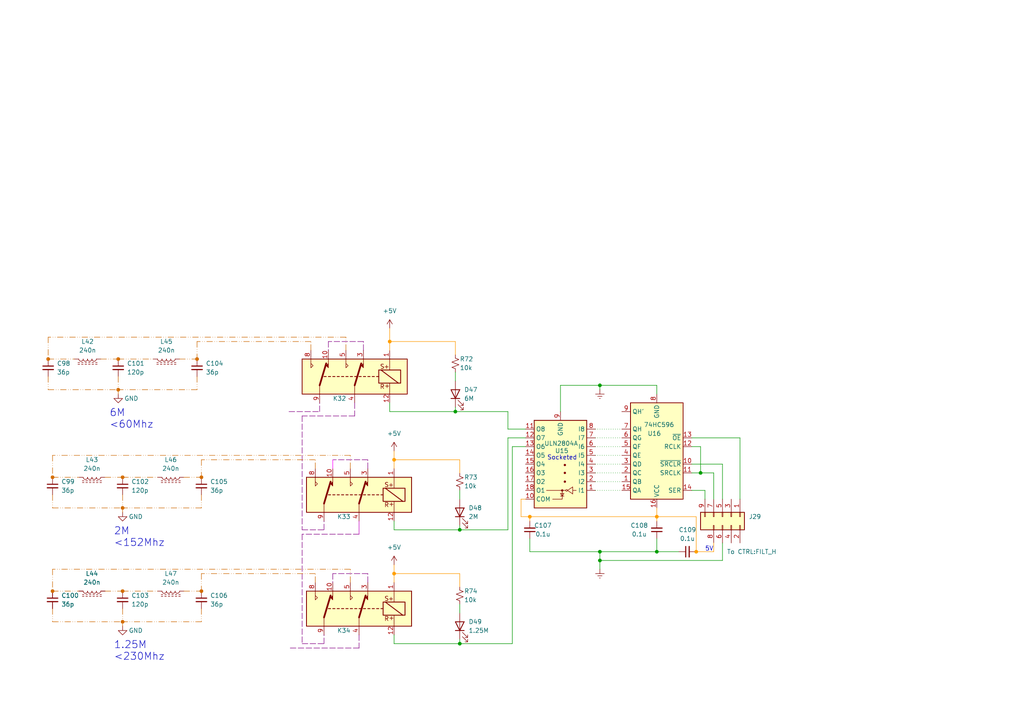
<source format=kicad_sch>
(kicad_sch (version 20230121) (generator eeschema)
  (paper "A4")
  (lib_symbols
    (symbol "74xx:74HC596"
      (property "Reference" "U" (at -7.62 13.97 0))
      (property "Value" "74HC596" (at -7.62 -16.51 0))
      (symbol "74HC596_1_0"
        (pin open_collector line (at 10.16 7.62 180) (length 2.54) (name "QB") (number "1"))
        (pin input line (at -10.16 2.54 0) (length 2.54) (name "~{SRCLR}") (number "10"))
        (pin input line (at -10.16 5.08 0) (length 2.54) (name "SRCLK") (number "11"))
        (pin input line (at -10.16 -2.54 0) (length 2.54) (name "RCLK") (number "12"))
        (pin input line (at -10.16 -5.08 0) (length 2.54) (name "~{OE}") (number "13"))
        (pin input line (at -10.16 10.16 0) (length 2.54) (name "SER") (number "14"))
        (pin open_collector line (at 10.16 10.16 180) (length 2.54) (name "QA") (number "15"))
        (pin power_in line (at 0 15.24 270) (length 2.54) (name "VCC") (number "16"))
        (pin open_collector line (at 10.16 5.08 180) (length 2.54) (name "QC") (number "2"))
        (pin open_collector line (at 10.16 2.54 180) (length 2.54) (name "QD") (number "3"))
        (pin open_collector line (at 10.16 0 180) (length 2.54) (name "QE") (number "4"))
        (pin open_collector line (at 10.16 -2.54 180) (length 2.54) (name "QF") (number "5"))
        (pin open_collector line (at 10.16 -5.08 180) (length 2.54) (name "QG") (number "6"))
        (pin open_collector line (at 10.16 -7.62 180) (length 2.54) (name "QH") (number "7"))
        (pin power_in line (at 0 -17.78 90) (length 2.54) (name "GND") (number "8"))
        (pin output line (at 10.16 -12.7 180) (length 2.54) (name "QH'") (number "9"))
      )
      (symbol "74HC596_1_1"
        (rectangle (start -7.62 12.7) (end 7.62 -15.24) (stroke (width 0.254)) (fill (type background)))
      )
    )
    (symbol "Connector_Generic:Conn_2Rows-09Pins" (pin_names (offset 1.016) hide)
      (property "Reference" "J" (at 1.27 7.62 0))
      (property "Value" "Conn_2Rows-09Pins" (at 1.27 -7.62 0))
      (symbol "Conn_2Rows-09Pins_1_1"
        (rectangle (start -1.27 -4.953) (end 0 -5.207) (stroke (width 0.1524)))
        (rectangle (start -1.27 -2.413) (end 0 -2.667) (stroke (width 0.1524)))
        (rectangle (start -1.27 0.127) (end 0 -0.127) (stroke (width 0.1524)))
        (rectangle (start -1.27 2.667) (end 0 2.413) (stroke (width 0.1524)))
        (rectangle (start -1.27 5.207) (end 0 4.953) (stroke (width 0.1524)))
        (rectangle (start -1.27 6.35) (end 3.81 -6.35) (stroke (width 0.254)) (fill (type background)))
        (rectangle (start 3.81 -2.413) (end 2.54 -2.667) (stroke (width 0.1524)))
        (rectangle (start 3.81 0.127) (end 2.54 -0.127) (stroke (width 0.1524)))
        (rectangle (start 3.81 2.667) (end 2.54 2.413) (stroke (width 0.1524)))
        (rectangle (start 3.81 5.207) (end 2.54 4.953) (stroke (width 0.1524)))
        (pin passive line (at -5.08 5.08 0) (length 3.81) (name "Pin_1") (number "1"))
        (pin passive line (at 7.62 5.08 180) (length 3.81) (name "Pin_2") (number "2"))
        (pin passive line (at -5.08 2.54 0) (length 3.81) (name "Pin_3") (number "3"))
        (pin passive line (at 7.62 2.54 180) (length 3.81) (name "Pin_4") (number "4"))
        (pin passive line (at -5.08 0 0) (length 3.81) (name "Pin_5") (number "5"))
        (pin passive line (at 7.62 0 180) (length 3.81) (name "Pin_6") (number "6"))
        (pin passive line (at -5.08 -2.54 0) (length 3.81) (name "Pin_7") (number "7"))
        (pin passive line (at 7.62 -2.54 180) (length 3.81) (name "Pin_8") (number "8"))
        (pin passive line (at -5.08 -5.08 0) (length 3.81) (name "Pin_9") (number "9"))
      )
    )
    (symbol "Device:C_Small" (pin_numbers hide) (pin_names (offset 0.254) hide)
      (property "Reference" "C" (at 0.254 1.778 0))
      (property "Value" "C_Small" (at 0.254 -2.032 0))
      (symbol "C_Small_0_1"
        (polyline (pts (xy -1.524 -0.508) (xy 1.524 -0.508)) (stroke (width 0.3302)))
        (polyline (pts (xy -1.524 0.508) (xy 1.524 0.508)) (stroke (width 0.3048)))
      )
      (symbol "C_Small_1_1"
        (pin passive line (at 0 2.54 270) (length 2.032) (name "~") (number "1"))
        (pin passive line (at 0 -2.54 90) (length 2.032) (name "~") (number "2"))
      )
    )
    (symbol "Device:LED" (pin_numbers hide) (pin_names (offset 1.016) hide)
      (property "Reference" "D" (at 0 2.54 0))
      (property "Value" "LED" (at 0 -2.54 0))
      (symbol "LED_0_1"
        (polyline (pts (xy -1.27 -1.27) (xy -1.27 1.27)) (stroke (width 0.254)))
        (polyline (pts (xy -1.27 0) (xy 1.27 0)))
        (polyline (pts (xy 1.27 -1.27) (xy 1.27 1.27) (xy -1.27 0) (xy 1.27 -1.27)) (stroke (width 0.254)))
        (polyline (pts (xy -3.048 -0.762) (xy -4.572 -2.286) (xy -3.81 -2.286) (xy -4.572 -2.286) (xy -4.572 -1.524)))
        (polyline (pts (xy -1.778 -0.762) (xy -3.302 -2.286) (xy -2.54 -2.286) (xy -3.302 -2.286) (xy -3.302 -1.524)))
      )
      (symbol "LED_1_1"
        (pin passive line (at -3.81 0 0) (length 2.54) (name "K") (number "1"))
        (pin passive line (at 3.81 0 180) (length 2.54) (name "A") (number "2"))
      )
    )
    (symbol "Device:L_Ferrite" (pin_numbers hide) (pin_names (offset 1.016) hide)
      (property "Reference" "L" (at -1.27 0 90))
      (property "Value" "L_Ferrite" (at 2.794 0 90))
      (symbol "L_Ferrite_0_1"
        (arc (start 0 -2.54) (mid 0.6323 -1.905) (end 0 -1.27))
        (arc (start 0 -1.27) (mid 0.6323 -0.635) (end 0 0))
        (polyline (pts (xy 1.016 -2.794) (xy 1.016 -2.286)))
        (polyline (pts (xy 1.016 -1.778) (xy 1.016 -1.27)))
        (polyline (pts (xy 1.016 -0.762) (xy 1.016 -0.254)))
        (polyline (pts (xy 1.016 0.254) (xy 1.016 0.762)))
        (polyline (pts (xy 1.016 1.27) (xy 1.016 1.778)))
        (polyline (pts (xy 1.016 2.286) (xy 1.016 2.794)))
        (polyline (pts (xy 1.524 -2.286) (xy 1.524 -2.794)))
        (polyline (pts (xy 1.524 -1.27) (xy 1.524 -1.778)))
        (polyline (pts (xy 1.524 -0.254) (xy 1.524 -0.762)))
        (polyline (pts (xy 1.524 0.762) (xy 1.524 0.254)))
        (polyline (pts (xy 1.524 1.778) (xy 1.524 1.27)))
        (polyline (pts (xy 1.524 2.794) (xy 1.524 2.286)))
        (arc (start 0 0) (mid 0.6323 0.635) (end 0 1.27))
        (arc (start 0 1.27) (mid 0.6323 1.905) (end 0 2.54))
      )
      (symbol "L_Ferrite_1_1"
        (pin passive line (at 0 3.81 270) (length 1.27) (name "1") (number "1"))
        (pin passive line (at 0 -3.81 90) (length 1.27) (name "2") (number "2"))
      )
    )
    (symbol "Device:R_Small_US" (pin_numbers hide) (pin_names (offset 0.254) hide)
      (property "Reference" "R" (at 0.762 0.508 0))
      (property "Value" "R_Small_US" (at 0.762 -1.016 0))
      (symbol "R_Small_US_1_1"
        (polyline (pts (xy 0 0) (xy 1.016 -0.381) (xy 0 -0.762) (xy -1.016 -1.143) (xy 0 -1.524)))
        (polyline (pts (xy 0 1.524) (xy 1.016 1.143) (xy 0 0.762) (xy -1.016 0.381) (xy 0 0)))
        (pin passive line (at 0 2.54 270) (length 1.016) (name "~") (number "1"))
        (pin passive line (at 0 -2.54 90) (length 1.016) (name "~") (number "2"))
      )
    )
    (symbol "Relay:EC2-5SNU"
      (property "Reference" "K" (at 15.24 8.89 0))
      (property "Value" "EC2-5SNU" (at 19.05 6.35 0))
      (symbol "EC2-5SNU_0_0"
        (text "S" (at -8.001 2.921 0) (effects (font (size 1.27 1.27))))
      )
      (symbol "EC2-5SNU_1_1"
        (rectangle (start -15.24 5.08) (end 15.24 -5.08) (stroke (width 0.254)) (fill (type background)))
        (rectangle (start -13.335 1.905) (end -6.985 -1.905) (stroke (width 0.254)))
        (polyline (pts (xy -12.7 -1.905) (xy -7.62 1.905)) (stroke (width 0.254)))
        (polyline (pts (xy -10.16 -5.08) (xy -10.16 -1.905)))
        (polyline (pts (xy -10.16 5.08) (xy -10.16 1.905)))
        (polyline (pts (xy -6.985 0) (xy -6.35 0)) (stroke (width 0.254)))
        (polyline (pts (xy -5.715 0) (xy -5.08 0)) (stroke (width 0.254)))
        (polyline (pts (xy -4.445 0) (xy -3.81 0)) (stroke (width 0.254)))
        (polyline (pts (xy -3.175 0) (xy -2.54 0)) (stroke (width 0.254)))
        (polyline (pts (xy -1.905 0) (xy -1.27 0)) (stroke (width 0.254)))
        (polyline (pts (xy -0.635 0) (xy 0 0)) (stroke (width 0.254)))
        (polyline (pts (xy 0 -2.54) (xy -1.905 3.81)) (stroke (width 0.508)))
        (polyline (pts (xy 0 -2.54) (xy 0 -5.08)))
        (polyline (pts (xy 0.635 0) (xy 1.27 0)) (stroke (width 0.254)))
        (polyline (pts (xy 1.905 0) (xy 2.54 0)) (stroke (width 0.254)))
        (polyline (pts (xy 3.175 0) (xy 3.81 0)) (stroke (width 0.254)))
        (polyline (pts (xy 4.445 0) (xy 5.08 0)) (stroke (width 0.254)))
        (polyline (pts (xy 5.715 0) (xy 6.35 0)) (stroke (width 0.254)))
        (polyline (pts (xy 6.985 0) (xy 7.62 0)) (stroke (width 0.254)))
        (polyline (pts (xy 8.255 0) (xy 8.89 0)) (stroke (width 0.254)))
        (polyline (pts (xy 10.16 -2.54) (xy 8.255 3.81)) (stroke (width 0.508)))
        (polyline (pts (xy 10.16 -2.54) (xy 10.16 -5.08)))
        (polyline (pts (xy -2.54 5.08) (xy -2.54 2.54) (xy -1.905 3.175) (xy -2.54 3.81)) (fill (type outline)))
        (polyline (pts (xy 2.54 5.08) (xy 2.54 2.54) (xy 1.905 3.175) (xy 2.54 3.81)))
        (polyline (pts (xy 7.62 5.08) (xy 7.62 2.54) (xy 8.255 3.175) (xy 7.62 3.81)) (fill (type outline)))
        (polyline (pts (xy 12.7 5.08) (xy 12.7 2.54) (xy 12.065 3.175) (xy 12.7 3.81)))
        (text "+" (at -9.398 -2.667 0) (effects (font (size 1.27 1.27))))
        (text "+" (at -9.271 2.921 0) (effects (font (size 1.27 1.27))))
        (text "R" (at -8.001 -2.921 0) (effects (font (size 1.27 1.27))))
        (pin passive line (at -10.16 7.62 270) (length 2.54) (name "~") (number "1"))
        (pin passive line (at 7.62 7.62 270) (length 2.54) (name "~") (number "10"))
        (pin passive line (at -10.16 -7.62 90) (length 2.54) (name "~") (number "12"))
        (pin passive line (at -2.54 7.62 270) (length 2.54) (name "~") (number "3"))
        (pin passive line (at 0 -7.62 90) (length 2.54) (name "~") (number "4"))
        (pin passive line (at 2.54 7.62 270) (length 2.54) (name "~") (number "5"))
        (pin passive line (at 12.7 7.62 270) (length 2.54) (name "~") (number "8"))
        (pin passive line (at 10.16 -7.62 90) (length 2.54) (name "~") (number "9"))
      )
    )
    (symbol "Transistor_Array:ULN2804A"
      (property "Reference" "U" (at 0 13.335 0))
      (property "Value" "ULN2804A" (at 0 11.43 0))
      (symbol "ULN2804A_0_1"
        (rectangle (start -7.62 -15.24) (end 7.62 10.16) (stroke (width 0.254)) (fill (type background)))
        (circle (center -1.778 5.08) (radius 0.254))
        (circle (center -1.27 -2.286) (radius 0.254) (fill (type outline)))
        (circle (center -1.27 0) (radius 0.254) (fill (type outline)))
        (circle (center -1.27 2.54) (radius 0.254) (fill (type outline)))
        (circle (center -0.508 5.08) (radius 0.254) (fill (type outline)))
        (polyline (pts (xy -4.572 5.08) (xy -3.556 5.08)))
        (polyline (pts (xy -1.524 5.08) (xy 4.064 5.08)))
        (polyline (pts (xy 0 6.731) (xy -1.016 6.731)))
        (polyline (pts (xy -0.508 5.08) (xy -0.508 7.62) (xy 2.286 7.62)))
        (polyline (pts (xy -3.556 6.096) (xy -3.556 4.064) (xy -2.032 5.08) (xy -3.556 6.096)))
        (polyline (pts (xy 0 5.969) (xy -1.016 5.969) (xy -0.508 6.731) (xy 0 5.969)))
      )
      (symbol "ULN2804A_1_1"
        (pin input line (at -10.16 5.08 0) (length 2.54) (name "I1") (number "1"))
        (pin passive line (at 10.16 7.62 180) (length 2.54) (name "COM") (number "10"))
        (pin open_collector line (at 10.16 -12.7 180) (length 2.54) (name "O8") (number "11"))
        (pin open_collector line (at 10.16 -10.16 180) (length 2.54) (name "O7") (number "12"))
        (pin open_collector line (at 10.16 -7.62 180) (length 2.54) (name "O6") (number "13"))
        (pin open_collector line (at 10.16 -5.08 180) (length 2.54) (name "O5") (number "14"))
        (pin open_collector line (at 10.16 -2.54 180) (length 2.54) (name "O4") (number "15"))
        (pin open_collector line (at 10.16 0 180) (length 2.54) (name "O3") (number "16"))
        (pin open_collector line (at 10.16 2.54 180) (length 2.54) (name "O2") (number "17"))
        (pin open_collector line (at 10.16 5.08 180) (length 2.54) (name "O1") (number "18"))
        (pin input line (at -10.16 2.54 0) (length 2.54) (name "I2") (number "2"))
        (pin input line (at -10.16 0 0) (length 2.54) (name "I3") (number "3"))
        (pin input line (at -10.16 -2.54 0) (length 2.54) (name "I4") (number "4"))
        (pin input line (at -10.16 -5.08 0) (length 2.54) (name "I5") (number "5"))
        (pin input line (at -10.16 -7.62 0) (length 2.54) (name "I6") (number "6"))
        (pin input line (at -10.16 -10.16 0) (length 2.54) (name "I7") (number "7"))
        (pin input line (at -10.16 -12.7 0) (length 2.54) (name "I8") (number "8"))
        (pin power_in line (at 0 -17.78 90) (length 2.54) (name "GND") (number "9"))
      )
    )
    (symbol "power:+5V" (power) (pin_names (offset 0))
      (property "Value" "+5V" (at 0 3.556 0))
      (symbol "+5V_0_1"
        (polyline (pts (xy -0.762 1.27) (xy 0 2.54)))
        (polyline (pts (xy 0 0) (xy 0 2.54)))
        (polyline (pts (xy 0 2.54) (xy 0.762 1.27)))
      )
      (symbol "+5V_1_1"
        (pin power_in line (at 0 0 90) (length 0) hide (name "+5V") (number "1"))
      )
    )
    (symbol "power:Earth" (power) (pin_names (offset 0))
      (symbol "Earth_0_1"
        (polyline (pts (xy -0.635 -1.905) (xy 0.635 -1.905)))
        (polyline (pts (xy -0.127 -2.54) (xy 0.127 -2.54)))
        (polyline (pts (xy 0 -1.27) (xy 0 0)))
        (polyline (pts (xy 1.27 -1.27) (xy -1.27 -1.27)))
      )
      (symbol "Earth_1_1"
        (pin power_in line (at 0 0 270) (length 0) hide (name "Earth") (number "1"))
      )
    )
    (symbol "power:GND" (power) (pin_names (offset 0))
      (property "Value" "GND" (at 0 -3.81 0))
      (symbol "GND_0_1"
        (polyline (pts (xy 0 0) (xy 0 -1.27) (xy 1.27 -1.27) (xy 0 -2.54) (xy -1.27 -1.27) (xy 0 -1.27)))
      )
      (symbol "GND_1_1"
        (pin power_in line (at 0 0 270) (length 0) hide (name "GND") (number "1"))
      )
    )
  )
  (junction (at 201.93 160.02) (color 255 153 0 1))
  (junction (at 58.42 171.45) (color 204 102 0 1))
  (junction (at 35.56 171.45) (color 204 102 0 1))
  (junction (at 15.24 171.45) (color 204 102 0 1))
  (junction (at 113.03 99.06) (color 255 153 0 1))
  (junction (at 58.42 138.43) (color 204 102 0 1))
  (junction (at 114.3 166.37) (color 255 153 0 1))
  (junction (at 15.24 138.43) (color 204 102 0 1))
  (junction (at 153.67 149.86) (color 255 153 0 1))
  (junction (at 203.2 137.16))
  (junction (at 13.97 104.14) (color 204 102 0 1))
  (junction (at 173.99 111.76))
  (junction (at 34.29 113.03) (color 204 102 0 1))
  (junction (at 173.99 162.56))
  (junction (at 133.35 153.67))
  (junction (at 114.3 133.35) (color 255 153 0 1))
  (junction (at 173.99 160.02))
  (junction (at 35.56 147.32) (color 204 102 0 1))
  (junction (at 35.56 138.43) (color 204 102 0 1))
  (junction (at 190.5 149.86) (color 255 153 0 1))
  (junction (at 57.15 104.14) (color 204 102 0 1))
  (junction (at 133.35 186.69))
  (junction (at 35.56 180.34) (color 204 102 0 1))
  (junction (at 190.5 160.02))
  (junction (at 34.29 104.14) (color 204 102 0 1))
  (junction (at 132.08 119.38))
  (wire (pts (xy 106.68 133.35) (xy 96.52 133.35)) (stroke (width 0) (type dash) (color 132 0 132 1)))
  (wire (pts (xy 133.35 175.26) (xy 133.35 177.8)))
  (wire (pts (xy 114.3 166.37) (xy 114.3 168.91)) (stroke (width 0) (color 255 153 0 1)))
  (wire (pts (xy 153.67 160.02) (xy 173.99 160.02)))
  (wire (pts (xy 172.72 132.08) (xy 180.34 132.08)) (stroke (width 0) (type dot)))
  (wire (pts (xy 133.35 185.42) (xy 133.35 186.69)))
  (wire (pts (xy 104.14 184.15) (xy 104.14 187.96)) (stroke (width 0) (type dash) (color 132 0 132 1)))
  (wire (pts (xy 101.6 135.89) (xy 101.6 132.08)) (stroke (width 0) (type dash_dot_dot) (color 204 102 0 1)))
  (wire (pts (xy 209.55 157.48) (xy 209.55 162.56)))
  (wire (pts (xy 58.42 143.51) (xy 58.42 147.32)) (stroke (width 0) (type dash_dot_dot) (color 204 102 0 1)))
  (wire (pts (xy 209.55 162.56) (xy 173.99 162.56)))
  (wire (pts (xy 101.6 132.08) (xy 15.24 132.08)) (stroke (width 0) (type dash_dot_dot) (color 204 102 0 1)))
  (wire (pts (xy 172.72 139.7) (xy 180.34 139.7)) (stroke (width 0) (type dot)))
  (wire (pts (xy 152.4 144.78) (xy 151.13 144.78)) (stroke (width 0) (color 255 153 0 1)))
  (wire (pts (xy 104.14 154.94) (xy 87.63 154.94)) (stroke (width 0) (type dash) (color 132 0 132 1)))
  (wire (pts (xy 133.35 152.4) (xy 133.35 153.67)))
  (wire (pts (xy 91.44 166.37) (xy 58.42 166.37)) (stroke (width 0) (type dash_dot_dot) (color 204 102 0 1)))
  (wire (pts (xy 153.67 151.13) (xy 153.67 149.86)) (stroke (width 0) (color 255 153 0 1)))
  (wire (pts (xy 35.56 148.59) (xy 35.56 147.32)) (stroke (width 0) (type dash_dot_dot) (color 204 102 0 1)))
  (wire (pts (xy 113.03 99.06) (xy 132.08 99.06)) (stroke (width 0) (color 255 153 0 1)))
  (wire (pts (xy 114.3 186.69) (xy 133.35 186.69)))
  (wire (pts (xy 102.87 116.84) (xy 102.87 120.65)) (stroke (width 0) (type dash) (color 132 0 132 1)))
  (wire (pts (xy 113.03 99.06) (xy 113.03 101.6)) (stroke (width 0) (color 255 153 0 1)))
  (wire (pts (xy 35.56 138.43) (xy 45.72 138.43)) (stroke (width 0) (type dash_dot_dot) (color 204 102 0 1)))
  (wire (pts (xy 102.87 120.65) (xy 87.63 120.65)) (stroke (width 0) (type dash) (color 132 0 132 1)))
  (wire (pts (xy 190.5 160.02) (xy 196.85 160.02)))
  (wire (pts (xy 87.63 153.67) (xy 93.98 153.67)) (stroke (width 0) (type dash) (color 132 0 132 1)))
  (wire (pts (xy 132.08 119.38) (xy 147.32 119.38)))
  (wire (pts (xy 201.93 160.02) (xy 201.93 149.86)) (stroke (width 0) (color 255 153 0 1)))
  (wire (pts (xy 114.3 130.81) (xy 114.3 133.35)) (stroke (width 0) (color 255 153 0 1)))
  (wire (pts (xy 15.24 171.45) (xy 22.86 171.45)) (stroke (width 0) (type dash_dot_dot) (color 204 102 0 1)))
  (wire (pts (xy 105.41 99.06) (xy 95.25 99.06)) (stroke (width 0) (type dash) (color 132 0 132 1)))
  (wire (pts (xy 203.2 137.16) (xy 207.01 137.16)))
  (wire (pts (xy 133.35 142.24) (xy 133.35 144.78)))
  (wire (pts (xy 207.01 160.02) (xy 201.93 160.02)) (stroke (width 0) (color 255 153 0 1)))
  (wire (pts (xy 15.24 176.53) (xy 15.24 180.34)) (stroke (width 0) (type dash_dot_dot) (color 204 102 0 1)))
  (wire (pts (xy 172.72 127) (xy 180.34 127)) (stroke (width 0) (type dot)))
  (wire (pts (xy 101.6 168.91) (xy 101.6 165.1)) (stroke (width 0) (type dash_dot_dot) (color 204 102 0 1)))
  (wire (pts (xy 91.44 133.35) (xy 58.42 133.35)) (stroke (width 0) (type dash_dot_dot) (color 204 102 0 1)))
  (wire (pts (xy 96.52 133.35) (xy 96.52 135.89)) (stroke (width 0) (color 255 0 255 1)))
  (wire (pts (xy 35.56 171.45) (xy 45.72 171.45)) (stroke (width 0) (type dash_dot_dot) (color 204 102 0 1)))
  (wire (pts (xy 34.29 114.3) (xy 34.29 113.03)) (stroke (width 0) (type dash_dot_dot) (color 204 102 0 1)))
  (wire (pts (xy 190.5 111.76) (xy 173.99 111.76)))
  (wire (pts (xy 200.66 127) (xy 214.63 127)))
  (wire (pts (xy 58.42 176.53) (xy 58.42 180.34)) (stroke (width 0) (type dash_dot_dot) (color 204 102 0 1)))
  (wire (pts (xy 13.97 113.03) (xy 34.29 113.03)) (stroke (width 0) (type dash_dot_dot) (color 204 102 0 1)))
  (wire (pts (xy 100.33 97.79) (xy 13.97 97.79)) (stroke (width 0) (type dash_dot_dot) (color 204 102 0 1)))
  (wire (pts (xy 104.14 151.13) (xy 104.14 154.94)) (stroke (width 0) (color 194 0 194 1)))
  (wire (pts (xy 113.03 95.25) (xy 113.03 99.06)) (stroke (width 0) (color 255 153 0 1)))
  (wire (pts (xy 95.25 99.06) (xy 95.25 101.6)) (stroke (width 0) (type dash) (color 132 0 132 1)))
  (wire (pts (xy 147.32 127) (xy 147.32 153.67)))
  (wire (pts (xy 15.24 138.43) (xy 22.86 138.43)) (stroke (width 0) (type dash_dot_dot) (color 204 102 0 1)))
  (wire (pts (xy 57.15 109.22) (xy 57.15 113.03)) (stroke (width 0) (type dash_dot_dot) (color 204 102 0 1)))
  (wire (pts (xy 114.3 184.15) (xy 114.3 186.69)))
  (wire (pts (xy 114.3 166.37) (xy 133.35 166.37)) (stroke (width 0) (color 255 153 0 1)))
  (wire (pts (xy 133.35 133.35) (xy 133.35 137.16)) (stroke (width 0) (color 255 153 0 1)))
  (wire (pts (xy 34.29 104.14) (xy 44.45 104.14)) (stroke (width 0) (type dash_dot_dot) (color 204 102 0 1)))
  (wire (pts (xy 13.97 97.79) (xy 13.97 104.14)) (stroke (width 0) (type dash_dot_dot) (color 204 102 0 1)))
  (wire (pts (xy 90.17 99.06) (xy 57.15 99.06)) (stroke (width 0) (type dash_dot_dot) (color 204 102 0 1)))
  (wire (pts (xy 200.66 142.24) (xy 204.47 142.24)))
  (wire (pts (xy 190.5 160.02) (xy 173.99 160.02)))
  (wire (pts (xy 15.24 132.08) (xy 15.24 138.43)) (stroke (width 0) (type dash_dot_dot) (color 204 102 0 1)))
  (wire (pts (xy 214.63 127) (xy 214.63 144.78)))
  (wire (pts (xy 91.44 168.91) (xy 91.44 166.37)) (stroke (width 0) (type dash_dot_dot) (color 204 102 0 1)))
  (wire (pts (xy 172.72 137.16) (xy 180.34 137.16)) (stroke (width 0) (type dot)))
  (wire (pts (xy 58.42 166.37) (xy 58.42 171.45)) (stroke (width 0) (type dash_dot_dot) (color 204 102 0 1)))
  (wire (pts (xy 151.13 144.78) (xy 151.13 149.86)) (stroke (width 0) (color 255 153 0 1)))
  (wire (pts (xy 114.3 133.35) (xy 114.3 135.89)) (stroke (width 0) (color 255 153 0 1)))
  (wire (pts (xy 114.3 151.13) (xy 114.3 153.67)))
  (wire (pts (xy 114.3 133.35) (xy 133.35 133.35)) (stroke (width 0) (color 255 153 0 1)))
  (wire (pts (xy 152.4 124.46) (xy 147.32 124.46)))
  (wire (pts (xy 148.59 129.54) (xy 148.59 186.69)))
  (wire (pts (xy 173.99 160.02) (xy 173.99 162.56)))
  (wire (pts (xy 106.68 166.37) (xy 96.52 166.37)) (stroke (width 0) (type dash) (color 132 0 132 1)))
  (wire (pts (xy 172.72 134.62) (xy 180.34 134.62)) (stroke (width 0) (type dot)))
  (wire (pts (xy 152.4 127) (xy 147.32 127)))
  (wire (pts (xy 132.08 99.06) (xy 132.08 102.87)) (stroke (width 0) (color 255 153 0 1)))
  (wire (pts (xy 83.82 119.38) (xy 92.71 119.38)) (stroke (width 0) (type dash) (color 132 0 132 1)))
  (wire (pts (xy 15.24 180.34) (xy 35.56 180.34)) (stroke (width 0) (type dash_dot_dot) (color 204 102 0 1)))
  (wire (pts (xy 190.5 114.3) (xy 190.5 111.76)))
  (wire (pts (xy 90.17 101.6) (xy 90.17 99.06)) (stroke (width 0) (type dash_dot_dot) (color 204 102 0 1)))
  (wire (pts (xy 34.29 109.22) (xy 34.29 113.03)) (stroke (width 0) (type dash_dot_dot) (color 204 102 0 1)))
  (wire (pts (xy 172.72 142.24) (xy 180.34 142.24)) (stroke (width 0) (type dot)))
  (wire (pts (xy 58.42 180.34) (xy 35.56 180.34)) (stroke (width 0) (type dash_dot_dot) (color 204 102 0 1)))
  (wire (pts (xy 30.48 138.43) (xy 35.56 138.43)) (stroke (width 0) (type dash_dot_dot) (color 204 102 0 1)))
  (wire (pts (xy 148.59 186.69) (xy 133.35 186.69)))
  (wire (pts (xy 15.24 165.1) (xy 15.24 171.45)) (stroke (width 0) (type dash_dot_dot) (color 204 102 0 1)))
  (wire (pts (xy 207.01 160.02) (xy 207.01 157.48)) (stroke (width 0) (color 255 153 0 1)))
  (wire (pts (xy 203.2 129.54) (xy 203.2 137.16)))
  (wire (pts (xy 162.56 119.38) (xy 162.56 111.76)))
  (wire (pts (xy 105.41 101.6) (xy 105.41 99.06)) (stroke (width 0) (type dash) (color 132 0 132 1)))
  (wire (pts (xy 106.68 168.91) (xy 106.68 166.37)) (stroke (width 0) (type dash) (color 132 0 132 1)))
  (wire (pts (xy 209.55 134.62) (xy 209.55 144.78)))
  (wire (pts (xy 87.63 120.65) (xy 87.63 153.67)) (stroke (width 0) (type dash) (color 132 0 132 1)))
  (wire (pts (xy 162.56 111.76) (xy 173.99 111.76)))
  (wire (pts (xy 13.97 109.22) (xy 13.97 113.03)) (stroke (width 0) (type dash_dot_dot) (color 204 102 0 1)))
  (wire (pts (xy 190.5 147.32) (xy 190.5 149.86)) (stroke (width 0) (color 255 153 0 1)))
  (wire (pts (xy 172.72 129.54) (xy 180.34 129.54)) (stroke (width 0) (type dot)))
  (wire (pts (xy 153.67 156.21) (xy 153.67 160.02)))
  (wire (pts (xy 15.24 143.51) (xy 15.24 147.32)) (stroke (width 0) (type dash_dot_dot) (color 204 102 0 1)))
  (wire (pts (xy 30.48 171.45) (xy 35.56 171.45)) (stroke (width 0) (type dash_dot_dot) (color 204 102 0 1)))
  (wire (pts (xy 96.52 166.37) (xy 96.52 168.91)) (stroke (width 0) (type dash) (color 132 0 132 1)))
  (wire (pts (xy 200.66 134.62) (xy 209.55 134.62)))
  (wire (pts (xy 114.3 153.67) (xy 133.35 153.67)))
  (wire (pts (xy 13.97 104.14) (xy 21.59 104.14)) (stroke (width 0) (type dash_dot_dot) (color 204 102 0 1)))
  (wire (pts (xy 100.33 101.6) (xy 100.33 97.79)) (stroke (width 0) (type dash_dot_dot) (color 204 102 0 1)))
  (wire (pts (xy 207.01 137.16) (xy 207.01 144.78)))
  (wire (pts (xy 101.6 165.1) (xy 15.24 165.1)) (stroke (width 0) (type dash_dot_dot) (color 204 102 0 1)))
  (wire (pts (xy 152.4 129.54) (xy 148.59 129.54)))
  (wire (pts (xy 87.63 154.94) (xy 87.63 186.69)) (stroke (width 0) (type dash) (color 132 0 132 1)))
  (wire (pts (xy 151.13 149.86) (xy 153.67 149.86)) (stroke (width 0) (color 255 153 0 1)))
  (wire (pts (xy 190.5 156.21) (xy 190.5 160.02)))
  (wire (pts (xy 114.3 163.83) (xy 114.3 166.37)) (stroke (width 0) (color 255 153 0 1)))
  (wire (pts (xy 201.93 149.86) (xy 190.5 149.86)) (stroke (width 0) (color 255 153 0 1)))
  (wire (pts (xy 53.34 138.43) (xy 58.42 138.43)) (stroke (width 0) (type dash_dot_dot) (color 204 102 0 1)))
  (wire (pts (xy 153.67 149.86) (xy 190.5 149.86)) (stroke (width 0) (color 255 153 0 1)))
  (wire (pts (xy 53.34 171.45) (xy 58.42 171.45)) (stroke (width 0) (type dash_dot_dot) (color 204 102 0 1)))
  (wire (pts (xy 35.56 143.51) (xy 35.56 147.32)) (stroke (width 0) (type dash_dot_dot) (color 204 102 0 1)))
  (wire (pts (xy 52.07 104.14) (xy 57.15 104.14)) (stroke (width 0) (type dash_dot_dot) (color 204 102 0 1)))
  (wire (pts (xy 35.56 176.53) (xy 35.56 180.34)) (stroke (width 0) (type dash_dot_dot) (color 204 102 0 1)))
  (wire (pts (xy 113.03 119.38) (xy 132.08 119.38)))
  (wire (pts (xy 104.14 187.96) (xy 83.82 187.96)) (stroke (width 0) (type dash) (color 132 0 132 1)))
  (wire (pts (xy 92.71 119.38) (xy 92.71 116.84)) (stroke (width 0) (type dash) (color 132 0 132 1)))
  (wire (pts (xy 93.98 186.69) (xy 93.98 184.15)) (stroke (width 0) (type dash) (color 132 0 132 1)))
  (wire (pts (xy 106.68 135.89) (xy 106.68 133.35)) (stroke (width 0) (type dash) (color 132 0 132 1)))
  (wire (pts (xy 200.66 129.54) (xy 203.2 129.54)))
  (wire (pts (xy 200.66 137.16) (xy 203.2 137.16)))
  (wire (pts (xy 204.47 142.24) (xy 204.47 144.78)))
  (wire (pts (xy 147.32 153.67) (xy 133.35 153.67)))
  (wire (pts (xy 173.99 111.76) (xy 173.99 113.03)))
  (wire (pts (xy 91.44 135.89) (xy 91.44 133.35)) (stroke (width 0) (type dash_dot_dot) (color 204 102 0 1)))
  (wire (pts (xy 190.5 151.13) (xy 190.5 149.86)) (stroke (width 0) (color 255 153 0 1)))
  (wire (pts (xy 57.15 113.03) (xy 34.29 113.03)) (stroke (width 0) (type dash_dot_dot) (color 204 102 0 1)))
  (wire (pts (xy 113.03 116.84) (xy 113.03 119.38)))
  (wire (pts (xy 35.56 181.61) (xy 35.56 180.34)) (stroke (width 0) (type dash_dot_dot) (color 204 102 0 1)))
  (wire (pts (xy 172.72 124.46) (xy 180.34 124.46)) (stroke (width 0) (type dot)))
  (wire (pts (xy 15.24 147.32) (xy 35.56 147.32)) (stroke (width 0) (type dash_dot_dot) (color 204 102 0 1)))
  (wire (pts (xy 58.42 147.32) (xy 35.56 147.32)) (stroke (width 0) (type dash_dot_dot) (color 204 102 0 1)))
  (wire (pts (xy 93.98 153.67) (xy 93.98 151.13)) (stroke (width 0) (type dash) (color 132 0 132 1)))
  (wire (pts (xy 87.63 186.69) (xy 93.98 186.69)) (stroke (width 0) (type dash) (color 132 0 132 1)))
  (wire (pts (xy 132.08 107.95) (xy 132.08 110.49)))
  (wire (pts (xy 29.21 104.14) (xy 34.29 104.14)) (stroke (width 0) (type dash_dot_dot) (color 204 102 0 1)))
  (wire (pts (xy 132.08 118.11) (xy 132.08 119.38)))
  (wire (pts (xy 133.35 166.37) (xy 133.35 170.18)) (stroke (width 0) (color 255 153 0 1)))
  (wire (pts (xy 57.15 99.06) (xy 57.15 104.14)) (stroke (width 0) (type dash_dot_dot) (color 204 102 0 1)))
  (wire (pts (xy 58.42 133.35) (xy 58.42 138.43)) (stroke (width 0) (type dash_dot_dot) (color 204 102 0 1)))
  (wire (pts (xy 173.99 162.56) (xy 173.99 165.1)))
  (wire (pts (xy 147.32 124.46) (xy 147.32 119.38)))
  (text "1.25M\n<230Mhz" (at 33.02 191.77 0) (effects (font (size 2.1 2.1)) (justify left bottom)))
  (text "6M\n<60Mhz" (at 31.75 124.46 0) (effects (font (size 2.1 2.1)) (justify left bottom)))
  (text "2M\n<152Mhz" (at 33.02 158.75 0) (effects (font (size 2.1 2.1)) (justify left bottom)))
  (text "Socketed" (at 158.6856 133.5885 0) (effects (font (size 1.27 1.27)) (justify left bottom)))
  (text "5V" (at 204.47 160.02 0) (effects (font (size 1.27 1.27)) (justify left bottom)))
  (symbol (lib_id "Device:C_Small") (at 190.5 153.67 180) (unit 1)
    (property "Reference" "C108" (at 185.42 152.4 0))
    (property "Value" "0.1u" (at 185.42 154.94 0))
    (property "Footprint" "Capacitor_THT:C_Disc_D4.7mm_W2.5mm_P5.00mm" (effects hide))
  )
  (symbol (lib_id "power:+5V") (at 114.3 163.83 0) (unit 1)
    (property "Reference" "#PWR0179" (effects hide))
    (property "Value" "+5V" (at 114.3 158.75 0))
  )
  (symbol (lib_id "Transistor_Array:ULN2804A") (at 162.56 137.16 180) (unit 1)
    (property "Reference" "U15" (at 162.9474 130.7473 0))
    (property "Value" "ULN2804A" (at 162.7537 128.6164 0))
    (property "Footprint" "Package_DIP:DIP-18_W7.62mm_LongPads" (effects hide))
    (property "Datasheet" "http://www.promelec.ru/pdf/1536.pdf" (effects hide))
  )
  (symbol (lib_id "Device:R_Small_US") (at 132.08 105.41 0) (unit 1)
    (property "Reference" "R72" (at 133.35 104.14 0) (effects (justify left)))
    (property "Value" "10k" (at 133.35 106.68 0) (effects (justify left)))
  )
  (symbol (lib_id "power:+5V") (at 113.03 95.25 0) (unit 1)
    (property "Reference" "#PWR0177" (effects hide))
    (property "Value" "+5V" (at 113.03 90.17 0))
  )
  (symbol (lib_id "Device:L_Ferrite") (at 25.4 104.14 270) (unit 1)
    (property "Reference" "L42" (at 25.4 99.06 90))
    (property "Value" "240n" (at 25.4 101.6 90))
  )
  (symbol (lib_id "Device:C_Small") (at 57.15 106.68 0) (unit 1)
    (property "Reference" "C104" (at 59.69 105.4162 0) (effects (justify left)))
    (property "Value" "36p" (at 59.69 107.9562 0) (effects (justify left)))
  )
  (symbol (lib_id "Relay:EC2-5SNU") (at 104.14 143.51 0) (mirror y) (unit 1)
    (property "Reference" "K33" (at 97.79 149.86 0) (effects (justify right)))
    (property "Value" "EC2-5SNU" (effects hide))
    (property "Footprint" "Relay_THT:Relay_DPDT_Kemet_EC2" (effects hide))
    (property "Datasheet" "https://content.kemet.com/datasheets/KEM_R7002_EC2_EE2.pdf" (effects hide))
  )
  (symbol (lib_id "Device:L_Ferrite") (at 48.26 104.14 270) (unit 1)
    (property "Reference" "L45" (at 48.26 99.06 90))
    (property "Value" "240n" (at 48.26 101.6 90))
  )
  (symbol (lib_id "Device:L_Ferrite") (at 49.53 171.45 270) (unit 1)
    (property "Reference" "L47" (at 49.53 166.37 90))
    (property "Value" "240n" (at 49.53 168.91 90))
  )
  (symbol (lib_id "Device:LED") (at 133.35 181.61 90) (unit 1)
    (property "Reference" "D49" (at 135.89 180.34 90) (effects (justify right)))
    (property "Value" "1.25M" (at 135.89 182.88 90) (effects (justify right)))
  )
  (symbol (lib_id "Device:C_Small") (at 35.56 140.97 0) (unit 1)
    (property "Reference" "C102" (at 38.1 139.7062 0) (effects (justify left)))
    (property "Value" "120p" (at 38.1 142.2462 0) (effects (justify left)))
  )
  (symbol (lib_id "Device:L_Ferrite") (at 49.53 138.43 270) (unit 1)
    (property "Reference" "L46" (at 49.53 133.35 90))
    (property "Value" "240n" (at 49.53 135.89 90))
  )
  (symbol (lib_id "Device:C_Small") (at 58.42 140.97 0) (unit 1)
    (property "Reference" "C105" (at 60.96 139.7062 0) (effects (justify left)))
    (property "Value" "36p" (at 60.96 142.2462 0) (effects (justify left)))
  )
  (symbol (lib_id "power:Earth") (at 173.99 113.03 0) (unit 1)
    (property "Reference" "#PWR0180" (effects hide))
    (property "Value" "Earth" (effects hide))
  )
  (symbol (lib_id "Device:LED") (at 132.08 114.3 90) (unit 1)
    (property "Reference" "D47" (at 134.62 113.03 90) (effects (justify right)))
    (property "Value" "6M" (at 134.62 115.57 90) (effects (justify right)))
  )
  (symbol (lib_id "Device:C_Small") (at 34.29 106.68 0) (unit 1)
    (property "Reference" "C101" (at 36.83 105.4162 0) (effects (justify left)))
    (property "Value" "120p" (at 36.83 107.9562 0) (effects (justify left)))
  )
  (symbol (lib_id "Relay:EC2-5SNU") (at 104.14 176.53 0) (mirror y) (unit 1)
    (property "Reference" "K34" (at 97.79 182.88 0) (effects (justify right)))
    (property "Value" "EC2-5SNU" (effects hide))
    (property "Footprint" "Relay_THT:Relay_DPDT_Kemet_EC2" (effects hide))
    (property "Datasheet" "https://content.kemet.com/datasheets/KEM_R7002_EC2_EE2.pdf" (effects hide))
  )
  (symbol (lib_id "Device:C_Small") (at 199.39 160.02 90) (unit 1)
    (property "Reference" "C109" (at 199.39 153.67 90))
    (property "Value" "0.1u" (at 199.39 156.21 90))
    (property "Footprint" "Capacitor_THT:C_Disc_D4.7mm_W2.5mm_P5.00mm" (effects hide))
  )
  (symbol (lib_id "Device:C_Small") (at 153.67 153.67 180) (unit 1)
    (property "Reference" "C107" (at 157.48 152.4 0))
    (property "Value" "0.1u" (at 157.48 154.94 0))
    (property "Footprint" "Capacitor_THT:C_Disc_D4.7mm_W2.5mm_P5.00mm" (effects hide))
  )
  (symbol (lib_id "Device:R_Small_US") (at 133.35 139.7 0) (unit 1)
    (property "Reference" "R73" (at 134.62 138.43 0) (effects (justify left)))
    (property "Value" "10k" (at 134.62 140.97 0) (effects (justify left)))
  )
  (symbol (lib_id "74xx:74HC596") (at 190.5 132.08 180) (unit 1)
    (property "Reference" "U16" (at 191.77 125.73 0) (effects (justify left)))
    (property "Value" "74HC596" (at 195.58 123.19 0) (effects (justify left)))
    (property "Footprint" "Package_SO:TSSOP-16_4.4x5mm_P0.65mm" (effects hide))
    (property "Datasheet" "https://assets.nexperia.com/documents/data-sheet/74HC_HCT595.pdf" (effects hide))
  )
  (symbol (lib_id "power:Earth") (at 173.99 165.1 0) (unit 1)
    (property "Reference" "#PWR0181" (effects hide))
    (property "Value" "Earth" (effects hide))
  )
  (symbol (lib_id "Device:C_Small") (at 15.24 173.99 0) (unit 1)
    (property "Reference" "C100" (at 17.78 172.7262 0) (effects (justify left)))
    (property "Value" "36p" (at 17.78 175.2662 0) (effects (justify left)))
  )
  (symbol (lib_id "Connector_Generic:Conn_2Rows-09Pins") (at 209.55 149.86 270) (unit 1)
    (property "Reference" "J29" (at 217.17 149.8599 90) (effects (justify left)))
    (property "Value" "To CTRL:FILT_H" (at 210.82 160.02 90) (effects (justify left)))
  )
  (symbol (lib_id "Device:LED") (at 133.35 148.59 90) (unit 1)
    (property "Reference" "D48" (at 135.89 147.32 90) (effects (justify right)))
    (property "Value" "2M" (at 135.89 149.86 90) (effects (justify right)))
  )
  (symbol (lib_id "Device:C_Small") (at 35.56 173.99 0) (unit 1)
    (property "Reference" "C103" (at 38.1 172.7262 0) (effects (justify left)))
    (property "Value" "120p" (at 38.1 175.2662 0) (effects (justify left)))
  )
  (symbol (lib_id "Device:C_Small") (at 13.97 106.68 0) (unit 1)
    (property "Reference" "C98" (at 16.51 105.4162 0) (effects (justify left)))
    (property "Value" "36p" (at 16.51 107.9562 0) (effects (justify left)))
  )
  (symbol (lib_id "Device:L_Ferrite") (at 26.67 138.43 270) (unit 1)
    (property "Reference" "L43" (at 26.67 133.35 90))
    (property "Value" "240n" (at 26.67 135.89 90))
  )
  (symbol (lib_id "Device:R_Small_US") (at 133.35 172.72 0) (unit 1)
    (property "Reference" "R74" (at 134.62 171.45 0) (effects (justify left)))
    (property "Value" "10k" (at 134.62 173.99 0) (effects (justify left)))
  )
  (symbol (lib_id "power:GND") (at 35.56 181.61 0) (unit 1)
    (property "Reference" "#PWR0176" (effects hide))
    (property "Value" "GND" (at 39.37 182.88 0))
  )
  (symbol (lib_id "power:GND") (at 34.29 114.3 0) (unit 1)
    (property "Reference" "#PWR0174" (effects hide))
    (property "Value" "GND" (at 38.1 115.57 0))
  )
  (symbol (lib_id "Device:C_Small") (at 58.42 173.99 0) (unit 1)
    (property "Reference" "C106" (at 60.96 172.7262 0) (effects (justify left)))
    (property "Value" "36p" (at 60.96 175.2662 0) (effects (justify left)))
  )
  (symbol (lib_id "power:GND") (at 35.56 148.59 0) (unit 1)
    (property "Reference" "#PWR0175" (effects hide))
    (property "Value" "GND" (at 39.37 149.86 0))
  )
  (symbol (lib_id "Relay:EC2-5SNU") (at 102.87 109.22 0) (mirror y) (unit 1)
    (property "Reference" "K32" (at 96.52 115.57 0) (effects (justify right)))
    (property "Value" "EC2-5SNU" (effects hide))
    (property "Footprint" "Relay_THT:Relay_DPDT_Kemet_EC2" (effects hide))
    (property "Datasheet" "https://content.kemet.com/datasheets/KEM_R7002_EC2_EE2.pdf" (effects hide))
  )
  (symbol (lib_id "Device:C_Small") (at 15.24 140.97 0) (unit 1)
    (property "Reference" "C99" (at 17.78 139.7062 0) (effects (justify left)))
    (property "Value" "36p" (at 17.78 142.2462 0) (effects (justify left)))
  )
  (symbol (lib_id "Device:L_Ferrite") (at 26.67 171.45 270) (unit 1)
    (property "Reference" "L44" (at 26.67 166.37 90))
    (property "Value" "240n" (at 26.67 168.91 90))
  )
  (symbol (lib_id "power:+5V") (at 114.3 130.81 0) (unit 1)
    (property "Reference" "#PWR0178" (effects hide))
    (property "Value" "+5V" (at 114.3 125.73 0))
  )
)
</source>
